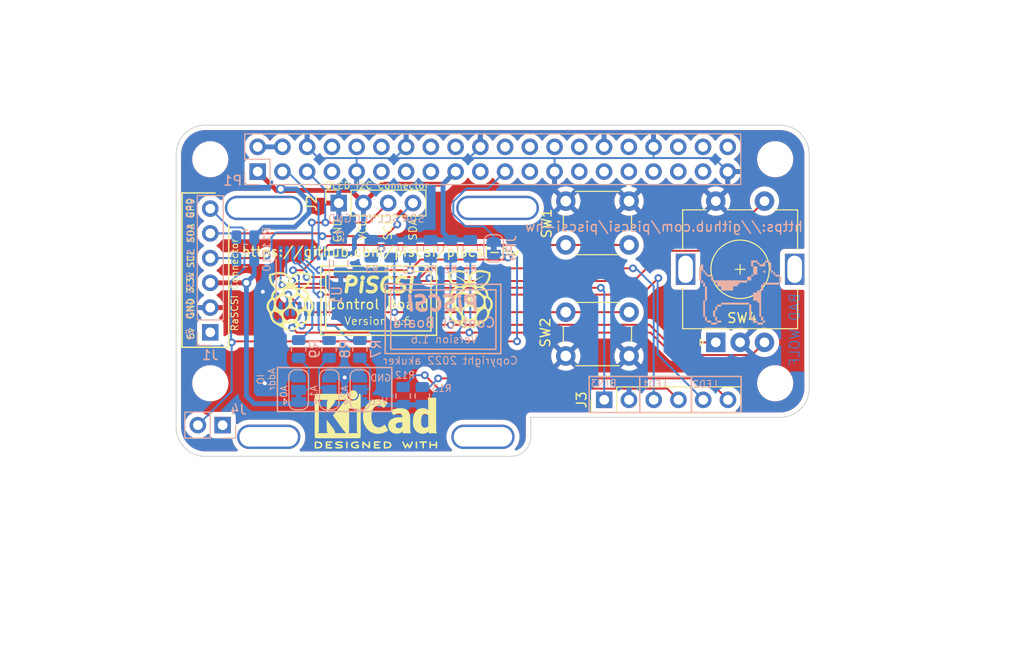
<source format=kicad_pcb>
(kicad_pcb (version 20211014) (generator pcbnew)
  (title_block (date "15 nov 2012"))
  (layers (0 "F.Cu" signal) (31 "B.Cu" signal) (34 "B.Paste" user) (35 "F.Paste" user) (36 "B.SilkS" user "B.Silkscreen") (37 "F.SilkS" user "F.Silkscreen") (38 "B.Mask" user) (39 "F.Mask" user) (44 "Edge.Cuts" user))
  (net 0 "")
  (net 1 "+3V3")
  (net 2 "+5V")
  (net 3 "GND")
  (net 4 "/GPIO2(SDA1)")
  (net 5 "/GPIO3(SCL1)")
  (net 6 "/GPIO9(SPI0_MISO)")
  (net 7 "Net-(JP2-Pad2)")
  (net 8 "Net-(JP3-Pad2)")
  (net 9 "/BUTTON_1")
  (net 10 "/BUTTON_2")
  (net 11 "/BUTTON_3")
  (net 12 "/ROTARY_ENC_B")
  (net 13 "/ROTARY_ENC_A")
  (net 14 "/BUTTON_4")
  (net 15 "Net-(R7-Pad2)")
  (net 16 "Net-(R8-Pad2)")
  (net 17 "Net-(R9-Pad2)")
  (net 18 "Net-(JP1-Pad2)")
  (net 19 "/LED_2")
  (net 20 "/LED_1")
  (net 21 "/GPIO21(SPI1_SCK)")
  (net 22 "/GPIO20(SPI1_MOSI)")
  (net 23 "/GPIO26")
  (net 24 "/GPIO16")
  (net 25 "/GPIO19(SPI1_MISO)")
  (net 26 "/GPIO13(PWM1)")
  (net 27 "/GPIO12(PWM0)")
  (net 28 "/GPIO6")
  (net 29 "/GPIO5")
  (net 30 "/ID_SC")
  (net 31 "/ID_SD")
  (net 32 "/GPIO7(SPI1_CE_N)")
  (net 33 "/GPIO8(SPI0_CE_N)")
  (net 34 "/GPIO11(SPI0_SCK)")
  (net 35 "/GPIO25(GEN6)")
  (net 36 "/GPIO10(SPI0_MOSI)")
  (net 37 "/GPIO24(GEN5)")
  (net 38 "/GPIO23(GEN4)")
  (net 39 "/GPIO22(GEN3)")
  (net 40 "/GPIO27(GEN2)")
  (net 41 "/GPIO18(GEN1)(PWM0)")
  (net 42 "/GPIO17(GEN0)")
  (net 43 "/GPIO15(RXD0)")
  (net 44 "/GPIO14(TXD0)")
  (net 45 "/GPIO4(GCLK)")
  (net 47 "Net-(J3-Pad4)")
  (net 48 "Net-(J3-Pad6)")
  (net 50 "Net-(JP4-Pad1)")
  (footprint "MountingHole:MountingHole_2.7mm_M2.5" (layer "F.Cu") (at 203.5 120.5)
    (fp_text reference "MK3")
    (fp_text value "M2.5")
  )
  (footprint "Button_Switch_THT:SW_PUSH_6mm_H5mm" (layer "F.Cu") (at 240 101.8)
    (fp_text reference "SW1")
    (fp_text value "SW_SPST")
  )
  (footprint "Button_Switch_THT:SW_PUSH_6mm_H5mm" (layer "F.Cu") (at 246.5 117.7 180)
    (fp_text reference "SW2")
    (fp_text value "SW_SPST")
  )
  (footprint "mousebites:0.9_and_1.3_in_OLED_Footprint" (layer "F.Cu") (at 220.5 102 -90)
    (fp_text reference "J2")
    (fp_text value "OLED Connector")
  )
  (footprint "Connector_PinHeader_2.54mm:PinHeader_1x06_P2.54mm_Vertical" (layer "F.Cu") (at 243.95 122.2 90)
    (fp_text reference "J3")
    (fp_text value "Conn_01x06_Odd_Even")
  )
  (footprint "Rotary_Encoder:RotaryEncoder_Alps_EC11E-Switch_Vertical_H20mm" (layer "F.Cu") (at 255.4 116.3 90)
    (fp_text reference "SW4")
    (fp_text value "Rotary_Encoder_Switch")
  )
  (footprint "mousebites:pi_logo" (layer "F.Cu") (at 230.1 111.9)
    (fp_text reference "G2" hide)
    (fp_text value "Pi Logo" hide)
  )
  (footprint "Symbol:KiCad-Logo2_5mm_SilkScreen" (layer "F.Cu") (at 220.5 124.2)
    (fp_text reference "G3" hide)
    (fp_text value "KiCad Logo" hide)
  )
  (footprint "mousebites:pi_logo" (layer "F.Cu") (at 211.7 112.1)
    (fp_text reference "G1" hide)
    (fp_text value "Pi Logo" hide)
  )
  (footprint "MountingHole:MountingHole_2.7mm_M2.5" (layer "B.Cu") (at 203.5 97.5)
    (fp_text reference "MK1")
    (fp_text value "M2.5")
  )
  (footprint "MountingHole:MountingHole_2.7mm_M2.5" (layer "B.Cu") (at 261.5 97.5)
    (fp_text reference "MK2")
    (fp_text value "M2.5")
  )
  (footprint "MountingHole:MountingHole_2.7mm_M2.5" (layer "B.Cu") (at 261.5 120.5 180)
    (fp_text reference "MK4")
    (fp_text value "M2.5")
  )
  (footprint "Connector_PinSocket_2.54mm:PinSocket_2x20_P2.54mm_Vertical" (layer "B.Cu") (at 208.37 98.77 -90)
    (fp_text reference "P1")
    (fp_text value "Conn_02x20_Odd_Even")
  )
  (footprint "Resistor_SMD:R_0805_2012Metric" (layer "B.Cu") (at 207.1 107.8)
    (fp_text reference "R10")
    (fp_text value "10k")
  )
  (footprint "Jumper:SolderJumper-2_P1.3mm_Bridged_RoundedPad1.0x1.5mm" (layer "B.Cu") (at 232.6 106.65 90)
    (fp_text reference "JP4")
    (fp_text value "SolderJumper_2_Open")
  )
  (footprint "Jumper:SolderJumper-3_P1.3mm_Bridged12_RoundedPad1.0x1.5mm" (layer "B.Cu") (at 218.8595 121.171 90)
    (fp_text reference "JP1" hide)
    (fp_text value "SolderJumper_3_Bridged12")
  )
  (footprint "Jumper:SolderJumper-3_P1.3mm_Bridged12_RoundedPad1.0x1.5mm" (layer "B.Cu") (at 215.71625 121.171 90)
    (fp_text reference "JP2" hide)
    (fp_text value "SolderJumper_3_Bridged12")
  )
  (footprint "Jumper:SolderJumper-3_P1.3mm_Bridged12_RoundedPad1.0x1.5mm" (layer "B.Cu") (at 212.573 121.171 90)
    (fp_text reference "JP3" hide)
    (fp_text value "SolderJumper_3_Bridged12")
  )
  (footprint "Resistor_SMD:R_0805_2012Metric" (layer "B.Cu") (at 220.038083 106.693 -90)
    (fp_text reference "R3")
    (fp_text value "10k")
  )
  (footprint "Resistor_SMD:R_0805_2012Metric" (layer "B.Cu") (at 222.070466 106.693 -90)
    (fp_text reference "R4")
    (fp_text value "10k")
  )
  (footprint "Resistor_SMD:R_0805_2012Metric" (layer "B.Cu") (at 218.8595 116.98 90)
    (fp_text reference "R7")
    (fp_text value "10k")
  )
  (footprint "Resistor_SMD:R_0805_2012Metric" (layer "B.Cu") (at 215.7 116.98 90)
    (fp_text reference "R8")
    (fp_text value "10k")
  )
  (footprint "Resistor_SMD:R_0805_2012Metric" (layer "B.Cu") (at 212.573 116.98 90)
    (fp_text reference "R9")
    (fp_text value "10k")
  )
  (footprint "Package_SO:TSSOP-16_4.4x5mm_P0.65mm" (layer "B.Cu") (at 213 110 90)
    (fp_text reference "U1")
    (fp_text value "PCA9554APW,118")
  )
  (footprint "Resistor_SMD:R_0805_2012Metric" (layer "B.Cu") (at 223.3 121.8 90)
    (fp_text reference "R12")
    (fp_text value "10k")
  )
  (footprint "Resistor_SMD:R_0805_2012Metric" (layer "B.Cu") (at 225.274084 121.8 90)
    (fp_text reference "R13")
    (fp_text value "10k")
  )
  (footprint "Resistor_SMD:R_0805_2012Metric" (layer "B.Cu") (at 207.1 105.5 180)
    (fp_text reference "R11")
    (fp_text value "10k")
  )
  (footprint "Capacitor_SMD:C_0805_2012Metric" (layer "B.Cu") (at 216.9 108.15 -90)
    (fp_text reference "C1")
    (fp_text value "100n")
  )
  (footprint "Resistor_SMD:R_0805_2012Metric" (layer "B.Cu") (at 226.135232 106.693 -90)
    (fp_text reference "R6")
    (fp_text value "10k")
  )
  (footprint "Resistor_SMD:R_0805_2012Metric" (layer "B.Cu") (at 230.2 106.693 -90)
    (fp_text reference "R1")
    (fp_text value "10k")
  )
  (footprint "Resistor_SMD:R_0805_2012Metric" (layer "B.Cu") (at 228.167615 106.693 -90)
    (fp_text reference "R2")
    (fp_text value "10k")
  )
  (footprint "Connector_PinHeader_2.54mm:PinHeader_1x06_P2.54mm_Vertical" (layer "B.Cu") (at 203.5 115.27)
    (fp_text reference "J1")
    (fp_text value "RaSCSI Connector")
  )
  (footprint "Connector_PinHeader_2.54mm:PinHeader_1x02_P2.54mm_Vertical" (layer "B.Cu") (at 204.77 124.8 90)
    (fp_text reference "J4")
    (fp_text value "Aux GPIO Connector")
  )
  (footprint "Resistor_SMD:R_0805_2012Metric" (layer "B.Cu") (at 224 106.7125 90)
    (fp_text reference "R5")
    (fp_text value "10k")
  )
  (footprint "mousebites:dogcow" (layer "B.Cu") (at 257.9 111.2 180)
    (fp_text reference "G4" hide)
    (fp_text value "DogCow" hide)
  )
  (gr_line (start 210.4 123.3935) (end 210.4 123.0125) (layer "B.SilkS") (width 0.15))
  (gr_line (start 210.395 118.885) (end 211.4935 118.885) (layer "B.SilkS") (width 0.15))
  (gr_line (start 222.033 117.009) (end 222.033 110.913) (layer "B.SilkS") (width 0.15))
  (gr_line (start 233.336 117.4535) (end 221.4615 117.4535) (layer "B.SilkS") (width 0.15))
  (gr_line (start 221.4615 117.4535) (end 221.4615 110.3415) (layer "B.SilkS") (width 0.15))
  (gr_line (start 221.4615 110.3415) (end 233.336 110.3415) (layer "B.SilkS") (width 0.15))
  (gr_line (start 222.033 110.913) (end 232.828 110.913) (layer "B.SilkS") (width 0.15))
  (gr_line (start 232.83 110.913) (end 232.83 117.009) (layer "B.SilkS") (width 0.15))
  (gr_line (start 233.336 110.3415) (end 233.336 117.4535) (layer "B.SilkS") (width 0.15))
  (gr_line (start 232.828 117.009) (end 222.033 117.009) (layer "B.SilkS") (width 0.15))
  (gr_line (start 222.144 118.885) (end 222.144 120.5995) (layer "B.SilkS") (width 0.15))
  (gr_line (start 222.144 123.3935) (end 210.4 123.4) (layer "B.SilkS") (width 0.15))
  (gr_line (start 222.144 120.5995) (end 222.144 123.3935) (layer "B.SilkS") (width 0.15))
  (gr_line (start 211.4935 118.885) (end 222.144 118.885) (layer "B.SilkS") (width 0.15))
  (gr_line (start 210.395 123.0125) (end 210.395 120.5995) (layer "B.SilkS") (width 0.15))
  (gr_rect (start 252.9 119.8) (end 258 123.5) (layer "B.SilkS") (width 0.15) (fill none))
  (gr_rect (start 242.4 119.8) (end 247.6 123.5) (layer "B.SilkS") (width 0.15) (fill none))
  (gr_line (start 210.395 120.5995) (end 210.395 118.885) (layer "B.SilkS") (width 0.15))
  (gr_rect (start 247.6 123.5) (end 252.9 119.8) (layer "B.SilkS") (width 0.15) (fill none))
  (gr_line (start 214.858 108.463) (end 214.858 115.575) (layer "F.SilkS") (width 0.15))
  (gr_line (start 226.7325 108.463) (end 214.858 108.463) (layer "F.SilkS") (width 0.15))
  (gr_line (start 200.6 116.8) (end 205.4 116.8) (layer "F.SilkS") (width 0.15))
  (gr_line (start 226.161 115.1305) (end 226.161 109.0345) (layer "F.SilkS") (width 0.15))
  (gr_line (start 226.161 109.0345) (end 215.366 109.0345) (layer "F.SilkS") (width 0.15))
  (gr_line (start 226.7325 115.575) (end 226.7325 108.463) (layer "F.SilkS") (width 0.15))
  (gr_line (start 205.4 116.8) (end 205.4 104.132806) (layer "F.SilkS") (width 0.15))
  (gr_line (start 215.364 109.0345) (end 215.364 115.1305) (layer "F.SilkS") (width 0.15))
  (gr_line (start 215.366 115.1305) (end 226.161 115.1305) (layer "F.SilkS") (width 0.15))
  (gr_line (start 214.858 115.575) (end 226.7325 115.575) (layer "F.SilkS") (width 0.15))
  (gr_line (start 204 100.96) (end 200.6 100.96) (layer "F.SilkS") (width 0.15))
  (gr_line (start 200.6 100.96) (end 200.6 116.8) (layer "F.SilkS") (width 0.15))
  (gr_arc (start 236.4 126) (mid 235.814214 127.414214) (end 234.4 128) (layer "Edge.Cuts") (width 0.1))
  (gr_line (start 200 97) (end 200 125) (layer "Edge.Cuts") (width 0.1))
  (gr_line (start 262 94) (end 203 94) (layer "Edge.Cuts") (width 0.1))
  (gr_arc (start 203 128) (mid 200.87868 127.12132) (end 200 125) (layer "Edge.Cuts") (width 0.1))
  (gr_arc (start 265 121) (mid 264.12132 123.12132) (end 262 124) (layer "Edge.Cuts") (width 0.1))
  (gr_line (start 236.4 126) (end 236.4 124) (layer "Edge.Cuts") (width 0.1))
  (gr_arc (start 200 97) (mid 200.87868 94.87868) (end 203 94) (layer "Edge.Cuts") (width 0.1))
  (gr_line (start 236.4 124) (end 262 124) (layer "Edge.Cuts") (width 0.1))
  (gr_arc (start 262 94) (mid 264.12132 94.87868) (end 265 97) (layer "Edge.Cuts") (width 0.1))
  (gr_line (start 265 121) (end 265 97) (layer "Edge.Cuts") (width 0.1))
  (gr_line (start 203 128) (end 234.4 128) (layer "Edge.Cuts") (width 0.1))
  (gr_text "BAD WOLF" (at 263.5 115 90) (layer "B.Cu") (effects (font (size 1 1) (thickness 0.1)) (justify mirror)))
  (gr_text "3.3v" (at 201.4605 110.1855 90) (layer "B.SilkS") (effects (font (size 0.7 0.7) (thickness 0.1)) (justify mirror)))
  (gr_text "5v" (at 201.4 115.5 90) (layer "B.SilkS") (effects (font (size 0.7 0.7) (thickness 0.1)) (justify mirror)))
  (gr_text "GND" (at 201.4 112.9 90) (layer "B.SilkS") (effects (font (size 0.7 0.7) (thickness 0.1)) (justify mirror)))
  (gr_text "SDA\n" (at 201.5 105.1 90) (layer "B.SilkS") (effects (font (size 0.7 0.7) (thickness 0.1)) (justify mirror)))
  (gr_text "SCL" (at 201.5 107.7 90) (layer "B.SilkS") (effects (font (size 0.7 0.7) (thickness 0.1)) (justify mirror)))
  (gr_text "Vcc" (at 220.8 122.3775) (layer "B.SilkS") (effects (font (size 0.7 0.7) (thickness 0.1)) (justify mirror)))
  (gr_text "GND" (at 221 119.9645) (layer "B.SilkS") (effects (font (size 0.7 0.7) (thickness 0.1)) (justify mirror)))
  (gr_text "IO\nAddr" (at 209.252 120.0915 90) (layer "B.SilkS") (effects (font (size 0.7 0.7) (thickness 0.1)) (justify mirror)))
  (gr_text "Version 1.6" (at 227.494 115.993) (layer "B.SilkS") (effects (font (size 0.8 0.8) (thickness 0.1)) (justify mirror)))
  (gr_text "Control Board" (at 227.494 114.2785) (layer "B.SilkS") (effects (font (size 1 1)) (justify mirror)))
  (gr_text "PiSCSI" (at 227.4305 112.31) (layer "B.SilkS") (effects (font (size 1.5 1.5) (thickness 0.35) italic) (justify mirror)))
  (gr_text "LED2" (at 254.3 120.6) (layer "B.SilkS") (effects (font (size 0.7 0.7) (thickness 0.1)) (justify mirror)))
  (gr_text "A1" (at 214.1145 121.3615 90) (layer "B.SilkS") (effects (font (size 0.7 0.7) (thickness 0.1)) (justify mirror)))
  (gr_text "https://github.com/piscsi/piscsi-hw" (at 250.08 104.42) (layer "B.SilkS") (effects (font (size 1 1)) (justify mirror)))
  (gr_text "BTN3" (at 243.9 120.5) (layer "B.SilkS") (effects (font (size 0.7 0.7) (thickness 0.1)) (justify mirror)))
  (gr_text "GP9" (at 201.4 102.5 90) (layer "B.SilkS") (effects (font (size 0.7 0.7) (thickness 0.1)) (justify mirror)))
  (gr_text "LED1" (at 249.1 120.6) (layer "B.SilkS") (effects (font (size 0.7 0.7) (thickness 0.1)) (justify mirror)))
  (gr_text "A2" (at 217.2895 121.3615 90) (layer "B.SilkS") (effects (font (size 0.7 0.7) (thickness 0.1)) (justify mirror)))
  (gr_text "A0" (at 211.0665 121.3615 90) (layer "B.SilkS") (effects (font (size 0.7 0.7) (thickness 0.1)) (justify mirror)))
  (gr_text "Copyright 2022 akuker" (at 228.16 118.17) (layer "B.SilkS") (effects (font (size 0.8 0.8) (thickness 0.1)) (justify mirror)))
  (gr_text "SCL" (at 201.5 107.7 90) (layer "F.SilkS") (effects (font (size 0.7 0.7) (thickness 0.1))))
  (gr_text "GND" (at 201.5 112.8 90) (layer "F.SilkS") (effects (font (size 0.7 0.7) (thickness 0.1))))
  (gr_text "GP9" (at 201.51 102.54 90) (layer "F.SilkS") (effects (font (size 0.7 0.7) (thickness 0.1))))
  (gr_text "Version 1.6" (at 220.7 114.1145) (layer "F.SilkS") (effects (font (size 0.8 0.8) (thickness 0.1))))
  (gr_text "Control Board" (at 220.7 112.4) (layer "F.SilkS") (effects (font (size 1 1))))
  (gr_text "https://github.com/piscsi/piscsi-hw" (at 221 107) (layer "F.SilkS") (effects (font (size 1 1))))
  (gr_text "PiSCSI" (at 220.7635 110.4315) (layer "F.SilkS") (effects (font (size 1.5 1.5) (thickness 0.35) italic)))
  (gr_text "5v" (at 201.5 115.4 90) (layer "F.SilkS") (effects (font (size 0.7 0.7) (thickness 0.1))))
  (gr_text "RaSCSI Connector" (at 206 110.4 90) (layer "F.SilkS") (effects (font (size 0.7 0.7) (thickness 0.1))))
  (gr_text "SDA\n" (at 201.5 105.1 90) (layer "F.SilkS") (effects (font (size 0.7 0.7) (thickness 0.1))))
  (gr_text "OLED I2C Connector" (at 220.6 100.2) (layer "F.SilkS") (effects (font (size 0.7 0.7) (thickness 0.1))))
  (gr_text "3.3v" (at 201.4605 110.1855 90) (layer "F.SilkS") (effects (font (size 0.7 0.7) (thickness 0.1))))
  (segment (start 203.5 110.19) (end 207.21 110.19) (width 0.5) (layer "F.Cu") (net 1))
  (segment (start 210.891604 100.700489) (end 210.741615 100.5505) (width 0.5) (layer "F.Cu") (net 1))
  (segment (start 212.399511 100.700489) (end 210.891604 100.700489) (width 0.5) (layer "F.Cu") (net 1))
  (segment (start 212.399511 100.700489) (end 210.300489 100.700489) (width 0.5) (layer "F.Cu") (net 1))
  (segment (start 227.390489 100.069511) (end 228.69 98.77) (width 0.5) (layer "F.Cu") (net 1))
  (segment (start 221.160489 100.069511) (end 227.390489 100.069511) (width 0.5) (layer "F.Cu") (net 1))
  (segment (start 219.23 102) (end 217.930489 100.700489) (width 0.5) (layer "F.Cu") (net 1))
  (segment (start 210.300489 100.700489) (end 208.37 98.77) (width 0.5) (layer "F.Cu") (net 1))
  (segment (start 219.23 102) (end 221.160489 100.069511) (width 0.5) (layer "F.Cu") (net 1))
  (segment (start 217.930489 100.700489) (end 212.399511 100.700489) (width 0.5) (layer "F.Cu") (net 1))
  (via (at 207.21 110.19) (size 1) (drill 0.6) (layers "F.Cu" "B.Cu") (net 1))
  (via (at 210.741615 100.5505) (size 1) (drill 0.6) (layers "F.Cu" "B.Cu") (net 1))
  (segment (start 227.4 105.012885) (end 228.167615 105.7805) (width 0.5) (layer "B.Cu") (net 1))
  (segment (start 222.070466 105.7805) (end 223.9805 105.7805) (width 0.5) (layer "B.Cu") (net 1))
  (segment (start 224 105.8) (end 226.115732 105.8) (width 0.5) (layer "B.Cu") (net 1))
  (segment (start 218.3 107) (end 218.1 107.2) (width 0.5) (layer "B.Cu") (net 1))
  (segment (start 218.7305 122.6) (end 218.8595 122.471) (width 0.5) (layer "B.Cu") (net 1))
  (segment (start 208.0125 109.3875) (end 207.21 110.19) (width 0.5) (layer "B.Cu") (net 1))
  (segment (start 208.0125 105.5) (end 208.0125 107.5) (width 0.5) (layer "B.Cu") (net 1))
  (segment (start 212.177995 104.475489) (end 209.037011 104.475489) (width 0.5) (layer "B.Cu") (net 1))
  (segment (start 227.4 100.06) (end 227.4 105.012885) (width 0.5) (layer "B.Cu") (net 1))
  (segment (start 226.115732 105.8) (end 226.135232 105.7805) (width 0.5) (layer "B.Cu") (net 1))
  (segment (start 228.69 98.77) (end 227.4 100.06) (width 0.5) (layer "B.Cu") (net 1))
  (segment (start 218.1 107.2) (end 216.7 107.2) (width 0.5) (layer "B.Cu") (net 1))
  (segment (start 216.6375 107.1375) (end 216.7 107.2) (width 0.5) (layer "B.Cu") (net 1))
  (segment (start 222.070466 105.7805) (end 220.038083 105.7805) (width 0.5) (layer "B.Cu") (net 1))
  (segment (start 219.23 102) (end 219.23 104.972417) (width 0.5) (layer "B.Cu") (net 1))
  (segment (start 219.027583 104.972417) (end 218.3 105.7) (width 0.5) (layer "B.Cu") (net 1))
  (segment (start 218.8595 122.471) (end 220.571 122.471) (width 0.5) (layer "B.Cu") (net 1))
  (segment (start 219.23 104.972417) (end 219.027583 104.972417) (width 0.5) (layer "B.Cu") (net 1))
  (segment (start 220.571 122.471) (end 220.8125 122.7125) (width 0.5) (layer "B.Cu") (net 1))
  (segment (start 218.3 105.7) (end 218.3 107) (width 0.5) (layer "B.Cu") (net 1))
  (segment (start 215.275 107.1375) (end 216.6375 107.1375) (width 0.5) (layer "B.Cu") (net 1))
  (segment (start 209.037011 104.475489) (end 208.0125 105.5) (width 0.5) (layer "B.Cu") (net 1))
  (segment (start 207.21 121.81) (end 208 122.6) (width 0.5) (layer "B.Cu") (net 1))
  (segment (start 212.3305 100.5505) (end 213.65 101.87) (width 0.5) (layer "B.Cu") (net 1))
  (segment (start 220.8125 122.7125) (end 225.274084 122.7125) (width 0.5) (layer "B.Cu") (net 1))
  (segment (start 210.741615 100.5505) (end 212.3305 100.5505) (width 0.5) (layer "B.Cu") (net 1))
  (segment (start 223.9805 105.7805) (end 224 105.8) (width 0.5) (layer "B.Cu") (net 1))
  (segment (start 226.135232 105.7805) (end 230.2 105.7805) (width 0.5) (layer "B.Cu") (net 1))
  (segment (start 213.65 101.87) (end 213.65 103.003484) (width 0.5) (layer "B.Cu") (net 1))
  (segment (start 208.0125 107.5) (end 208.0125 109.3875) (width 0.5) (layer "B.Cu") (net 1))
  (segment (start 207.21 110.19) (end 207.21 121.81) (width 0.5) (layer "B.Cu") (net 1))
  (segment (start 213.65 103.003484) (end 212.177995 104.475489) (width 0.5) (layer "B.Cu") (net 1))
  (segment (start 208 122.6) (end 218.7305 122.6) (width 0.5) (layer "B.Cu") (net 1))
  (segment (start 219.23 104.972417) (end 220.038083 105.7805) (width 0.5) (layer "B.Cu") (net 1))
  (segment (start 208.37 96.23) (end 210.91 96.23) (width 0.5) (layer "B.Cu") (net 2))
  (via (at 217.3 119.9) (size 0.8) (drill 0.4) (layers "F.Cu" "B.Cu") (net 3))
  (via (at 209.1 120.5) (size 0.8) (drill 0.4) (layers "F.Cu" "B.Cu") (net 3))
  (via (at 208.9 111.1) (size 0.8) (drill 0.4) (layers "F.Cu" "B.Cu") (net 3))
  (segment (start 218.53 97.429022) (end 218.579511 97.379511) (width 0.2) (layer "B.Cu") (net 3))
  (segment (start 230.080489 97.379511) (end 229.820489 97.379511) (width 0.2) (layer "B.Cu") (net 3))
  (segment (start 249.01 97.31) (end 249.079511 97.379511) (width 0.2) (layer "B.Cu") (net 3))
  (segment (start 249.01 96.23) (end 249.01 97.31) (width 0.2) (layer "B.Cu") (net 3))
  (segment (start 218.53 98.77) (end 218.53 97.429022) (width 0.2) (layer "B.Cu") (net 3))
  (segment (start 231.23 96.23) (end 230.080489 97.379511) (width 0.2) (layer "B.Cu") (net 3))
  (segment (start 222.379511 97.379511) (end 229.820489 97.379511) (width 0.2) (layer "B.Cu") (net 3))
  (segment (start 249.079511 97.379511) (end 255.239511 97.379511) (width 0.2) (layer "B.Cu") (net 3))
  (segment (start 238.720489 97.379511) (end 249.079511 97.379511) (width 0.2) (layer "B.Cu") (net 3))
  (segment (start 238.85 97.509022) (end 238.720489 97.379511) (width 0.2) (layer "B.Cu") (net 3))
  (segment (start 238.85 98.77) (end 238.85 97.509022) (width 0.2) (layer "B.Cu") (net 3))
  (segment (start 255.239511 97.379511) (end 256.63 98.77) (width 0.2) (layer "B.Cu") (net 3))
  (segment (start 223.61 96.23) (end 222.460489 97.379511) (width 0.2) (layer "B.Cu") (net 3))
  (segment (start 229.820489 97.379511) (end 238.720489 97.379511) (width 0.2) (layer "B.Cu") (net 3))
  (segment (start 213.45 96.23) (end 214.599511 97.379511) (width 0.2) (layer "B.Cu") (net 3))
  (segment (start 214.599511 97.379511) (end 218.579511 97.379511) (width 0.2) (layer "B.Cu") (net 3))
  (segment (start 222.460489 97.379511) (end 222.379511 97.379511) (width 0.2) (layer "B.Cu") (net 3))
  (segment (start 218.579511 97.379511) (end 222.379511 97.379511) (width 0.2) (layer "B.Cu") (net 3))
  (segment (start 214.710989 105.11) (end 215 105.399011) (width 0.2) (layer "F.Cu") (net 4))
  (segment (start 203.5 105.11) (end 214.710989 105.11) (width 0.2) (layer "F.Cu") (net 4))
  (segment (start 222.7 104.2) (end 221.500989 105.399011) (width 0.2) (layer "F.Cu") (net 4))
  (segment (start 221.500989 105.399011) (end 215 105.399011) (width 0.2) (layer "F.Cu") (net 4))
  (via (at 215 105.399011) (size 0.8) (drill 0.4) (layers "F.Cu" "B.Cu") (net 4))
  (via (at 222.7 104.2) (size 0.8) (drill 0.4) (layers "F.Cu" "B.Cu") (net 4))
  (segment (start 214.625 101.967874) (end 214.625 105.275) (width 0.2) (layer "B.Cu") (net 4))
  (segment (start 224.31 102) (end 222.7 103.61) (width 0.2) (layer "B.Cu") (net 4))
  (segment (start 222.7 103.61) (end 222.7 104.2) (width 0.2) (layer "B.Cu") (net 4))
  (segment (start 205.7975 105.11) (end 206.1875 105.5) (width 0.2) (layer "B.Cu") (net 4))
  (segment (start 214.625 105.275) (end 214.625 107.1375) (width 0.2) (layer "B.Cu") (net 4))
  (segment (start 210.91 98.77) (end 211.427126 98.77) (width 0.2) (layer "B.Cu") (net 4))
  (segment (start 203.5 105.11) (end 205.7975 105.11) (width 0.2) (layer "B.Cu") (net 4))
  (segment (start 214.749011 105.399011) (end 214.625 105.275) (width 0.2) (layer "B.Cu") (net 4))
  (segment (start 211.427126 98.77) (end 214.625 101.967874) (width 0.2) (layer "B.Cu") (net 4))
  (segment (start 215 105.399011) (end 214.749011 105.399011) (width 0.2) (layer "B.Cu") (net 4))
  (segment (start 203.5 107.65) (end 209.05 107.65) (width 0.2) (layer "F.Cu") (net 5))
  (segment (start 215.3245 104) (end 213.9255 104) (width 0.2) (layer "F.Cu") (net 5))
  (segment (start 219.77 104) (end 221.77 102) (width 0.2) (layer "F.Cu") (net 5))
  (segment (start 215.3245 104) (end 219.77 104) (width 0.2) (layer "F.Cu") (net 5))
  (segment (start 209.05 107.65) (end 209.3 107.4) (width 0.2) (layer "F.Cu") (net 5))
  (via (at 209.3 107.4) (size 0.8) (drill 0.4) (layers "F.Cu" "B.Cu") (net 5))
  (via (at 213.9255 104) (size 0.8) (drill 0.4) (layers "F.Cu" "B.Cu") (net 5))
  (via (at 215.3245 104) (size 0.8) (drill 0.4) (layers "F.Cu" "B.Cu") (net 5))
  (segment (start 213.975 105.025) (end 213.975 104.0495) (width 0.2) (layer "B.Cu") (net 5))
  (segment (start 209.8 106.759994) (end 209.8 105.5) (width 0.2) (layer "B.Cu") (net 5))
  (segment (start 213.975 104.0495) (end 213.9255 104) (width 0.2) (layer "B.Cu") (net 5))
  (segment (start 209.3 107.4) (end 209.3 107.259994) (width 0.2) (layer "B.Cu") (net 5))
  (segment (start 203.5 107.65) (end 206.0375 107.65) (width 0.2) (layer "B.Cu") (net 5))
  (segment (start 210.275 105.025) (end 213.975 105.025) (width 0.2) (layer "B.Cu") (net 5))
  (segment (start 215.3 100.62) (end 215.3 104) (width 0.2) (layer "B.Cu") (net 5))
  (segment (start 215.3 104) (end 215.3245 104) (width 0.2) (layer "B.Cu") (net 5))
  (segment (start 209.3 107.259994) (end 209.8 106.759994) (width 0.2) (layer "B.Cu") (net 5))
  (segment (start 209.8 105.5) (end 210.275 105.025) (width 0.2) (layer "B.Cu") (net 5))
  (segment (start 206.0375 107.65) (end 206.1875 107.8) (width 0.2) (layer "B.Cu") (net 5))
  (segment (start 213.975 107.1375) (end 213.975 105.025) (width 0.2) (layer "B.Cu") (net 5))
  (segment (start 213.45 98.77) (end 215.3 100.62) (width 0.2) (layer "B.Cu") (net 5))
  (segment (start 235 116.2) (end 232 116.2) (width 0.2) (layer "F.Cu") (net 6))
  (segment (start 205.8 116.2) (end 205.7 116.3) (width 0.2) (layer "F.Cu") (net 6))
  (segment (start 224 116.2) (end 205.8 116.2) (width 0.2) (layer "F.Cu") (net 6))
  (segment (start 224 116.2) (end 232 116.2) (width 0.2) (layer "F.Cu") (net 6))
  (via (at 205.7 116.3) (size 0.8) (drill 0.4) (layers "F.Cu" "B.Cu") (net 6))
  (via (at 235 116.2) (size 0.8) (drill 0.4) (layers "F.Cu" "B.Cu") (net 6))
  (segment (start 205.7 121.33) (end 202.23 124.8) (width 0.2) (layer "B.Cu") (net 6))
  (segment (start 233.77 98.77) (end 232.04 100.5) (width 0.2) (layer "B.Cu") (net 6))
  (segment (start 233.873586 106.9) (end 234.4 106.9) (width 0.2) (layer "B.Cu") (net 6))
  (segment (start 205.64 110.04) (end 205.64 116.24) (width 0.2) (layer "B.Cu") (net 6))
  (segment (start 232.04 100.5) (end 229.808648 100.5) (width 0.2) (layer "B.Cu") (net 6))
  (segment (start 228.45048 101.858168) (end 228.45048 103.141832) (width 0.2) (layer "B.Cu") (net 6))
  (segment (start 207.01 104.772382) (end 207.01 108.67) (width 0.2) (layer "B.Cu") (net 6))
  (segment (start 205.7 116.3) (end 205.7 121.33) (width 0.2) (layer "B.Cu") (net 6))
  (segment (start 231.6 104.4) (end 232.6 105.4) (width 0.2) (layer "B.Cu") (net 6))
  (segment (start 234.4 106.9) (end 235 107.5) (width 0.2) (layer "B.Cu") (net 6))
  (segment (start 232.6 106) (end 232.973586 106) (width 0.2) (layer "B.Cu") (net 6))
  (segment (start 203.5 102.57) (end 205.43048 104.50048) (width 0.2) (layer "B.Cu") (net 6))
  (segment (start 229.708648 104.4) (end 231.6 104.4) (width 0.2) (layer "B.Cu") (net 6))
  (segment (start 205.64 116.24) (end 205.7 116.3) (width 0.2) (layer "B.Cu") (net 6))
  (segment (start 235 107.5) (end 235 116.2) (width 0.2) (layer "B.Cu") (net 6))
  (segment (start 205.43048 104.50048) (end 206.738098 104.50048) (width 0.2) (layer "B.Cu") (net 6))
  (segment (start 232.973586 106) (end 233.873586 106.9) (width 0.2) (layer "B.Cu") (net 6))
  (segment (start 228.45048 103.141832) (end 229.708648 104.4) (width 0.2) (layer "B.Cu") (net 6))
  (segment (start 229.808648 100.5) (end 228.45048 101.858168) (width 0.2) (layer "B.Cu") (net 6))
  (segment (start 206.738098 104.50048) (end 207.01 104.772382) (width 0.2) (layer "B.Cu") (net 6))
  (segment (start 207.01 108.67) (end 205.64 110.04) (width 0.2) (layer "B.Cu") (net 6))
  (segment (start 232.6 105.4) (end 232.6 106) (width 0.2) (layer "B.Cu") (net 6))
  (segment (start 214.66673 118.92577) (end 214.66673 120.76673) (width 0.2) (layer "B.Cu") (net 7))
  (segment (start 215.7 117.8925) (end 214.66673 118.92577) (width 0.2) (layer "B.Cu") (net 7))
  (segment (start 215.071 121.171) (end 215.71625 121.171) (width 0.2) (layer "B.Cu") (net 7))
  (segment (start 214.66673 120.76673) (end 215.071 121.171) (width 0.2) (layer "B.Cu") (net 7))
  (segment (start 212.573 117.8925) (end 213.62252 118.94202) (width 0.2) (layer "B.Cu") (net 8))
  (segment (start 213.523 121.171) (end 212.573 121.171) (width 0.2) (layer "B.Cu") (net 8))
  (segment (start 213.62252 121.07148) (end 213.523 121.171) (width 0.2) (layer "B.Cu") (net 8))
  (segment (start 213.62252 118.94202) (end 213.62252 121.07148) (width 0.2) (layer "B.Cu") (net 8))
  (segment (start 221 106.621602) (end 221 106.3) (width 0.2) (layer "F.Cu") (net 9))
  (segment (start 221 106.3) (end 215.6 106.3) (width 0.2) (layer "F.Cu") (net 9))
  (segment (start 212 108.9) (end 213 108.9) (width 0.2) (layer "F.Cu") (net 9))
  (segment (start 221.058143 106.679745) (end 221 106.621602) (width 0.2) (layer "F.Cu") (net 9))
  (segment (start 213 108.9) (end 215.6 106.3) (width 0.2) (layer "F.Cu") (net 9))
  (segment (start 240 106.3) (end 221 106.3) (width 0.2) (layer "F.Cu") (net 9))
  (segment (start 246.5 106.3) (end 240 106.3) (width 0.2) (layer "F.Cu") (net 9))
  (via (at 212 108.9) (size 0.8) (drill 0.4) (layers "F.Cu" "B.Cu") (net 9))
  (via (at 221.058143 106.679745) (size 0.8) (drill 0.4) (layers "F.Cu" "B.Cu") (net 9))
  (segment (start 212 108.9) (end 212.606502 109.506502) (width 0.2) (layer "B.Cu") (net 9))
  (segment (start 212.606502 111.628492) (end 212.025 112.209994) (width 0.2) (layer "B.Cu") (net 9))
  (segment (start 220.132388 107.6055) (end 221.058143 106.679745) (width 0.2) (layer "B.Cu") (net 9))
  (segment (start 220.038083 107.6055) (end 220.132388 107.6055) (width 0.2) (layer "B.Cu") (net 9))
  (segment (start 212.025 112.209994) (end 212.025 112.8625) (width 0.2) (layer "B.Cu") (net 9))
  (segment (start 212.606502 109.506502) (end 212.606502 111.628492) (width 0.2) (layer "B.Cu") (net 9))
  (segment (start 213.3 113.2) (end 211.5 111.4) (width 0.2) (layer "F.Cu") (net 10))
  (segment (start 222.4 113.2) (end 213.3 113.2) (width 0.2) (layer "F.Cu") (net 10))
  (segment (start 240 113.2) (end 246.5 113.2) (width 0.2) (layer "F.Cu") (net 10))
  (segment (start 240 113.2) (end 222.4 113.2) (width 0.2) (layer "F.Cu") (net 10))
  (via (at 211.5 111.4) (size 0.8) (drill 0.4) (layers "F.Cu" "B.Cu") (net 10))
  (via (at 222.4 113.2) (size 0.8) (drill 0.4) (layers "F.Cu" "B.Cu") (net 10))
  (segment (start 211.4 111.5) (end 211.4 112.8375) (width 0.2) (layer "B.Cu") (net 10))
  (segment (start 211.5 111.4) (end 211.4 111.5) (width 0.2) (layer "B.Cu") (net 10))
  (segment (start 222.070466 107.6055) (end 222.4 107.935034) (width 0.2) (layer "B.Cu") (net 10))
  (segment (start 222.4 107.935034) (end 222.4 113.2) (width 0.2) (layer "B.Cu") (net 10))
  (segment (start 211.4 112.8375) (end 211.375 112.8625) (width 0.2) (layer "B.Cu") (net 10))
  (segment (start 243.6 110.7) (end 211.2 110.7) (width 0.2) (layer "F.Cu") (net 11))
  (segment (start 211.2 110.7) (end 210.9 110.4) (width 0.2) (layer "F.Cu") (net 11))
  (via (at 243.6 110.7) (size 0.8) (drill 0.4) (layers "F.Cu" "B.Cu") (net 11))
  (via (at 210.9 110.4) (size 0.8) (drill 0.4) (layers "F.Cu" "B.Cu") (net 11))
  (segment (start 243.95 122.2) (end 243.95 111.05) (width 0.2) (layer "B.Cu") (net 11))
  (segment (start 243.95 111.05) (end 243.6 110.7) (width 0.2) (layer "B.Cu") (net 11))
  (segment (start 210.725 110.225) (end 210.725 107.1375) (width 0.2) (layer "B.Cu") (net 11))
  (segment (start 210.9 110.4) (end 210.725 110.225) (width 0.2) (layer "B.Cu") (net 11))
  (segment (start 230.099511 115.299511) (end 212.399511 115.299511) (width 0.2) (layer "F.Cu") (net 12))
  (segment (start 212.399511 115.299511) (end 211.9 114.8) (width 0.2) (layer "F.Cu") (net 12))
  (segment (start 250.999511 117.599511) (end 259.100489 117.599511) (width 0.2) (layer "F.Cu") (net 12))
  (segment (start 230.099511 115.299511) (end 248.699511 115.299511) (width 0.2) (layer "F.Cu") (net 12))
  (segment (start 248.699511 115.299511) (end 250.999511 117.599511) (width 0.2) (layer "F.Cu") (net 12))
  (segment (start 259.100489 117.599511) (end 260.4 116.3) (width 0.2) (layer "F.Cu") (net 12))
  (via (at 230.099511 115.299511) (size 0.8) (drill 0.4) (layers "F.Cu" "B.Cu") (net 12))
  (via (at 211.9 114.8) (size 0.8) (drill 0.4) (layers "F.Cu" "B.Cu") (net 12))
  (segment (start 230.2 115.199022) (end 230.099511 115.299511) (width 0.2) (layer "B.Cu") (net 12))
  (segment (start 230.2 107.6055) (end 230.2 115.199022) (width 0.2) (layer "B.Cu") (net 12))
  (segment (start 211.9 114.8) (end 211.9 114.610741) (width 0.2) (layer "B.Cu") (net 12))
  (segment (start 212.675 113.835741) (end 212.675 112.8625) (width 0.2) (layer "B.Cu") (net 12))
  (segment (start 211.9 114.610741) (end 212.675 113.835741) (width 0.2) (layer "B.Cu") (net 12))
  (segment (start 213 114.5) (end 212.9 114.6) (width 0.2) (layer "F.Cu") (net 13))
  (segment (start 248.6 114.5) (end 228.2 114.5) (width 0.2) (layer "F.Cu") (net 13))
  (segment (start 250.4 116.3) (end 248.6 114.5) (width 0.2) (layer "F.Cu") (net 13))
  (segment (start 228.2 114.5) (end 213 114.5) (width 0.2) (layer "F.Cu") (net 13))
  (segment (start 255.4 116.3) (end 250.4 116.3) (width 0.2) (layer "F.Cu") (net 13))
  (via (at 228.2 114.5) (size 0.8) (drill 0.4) (layers "F.Cu" "B.Cu") (net 13))
  (via (at 212.9 114.6) (size 0.8) (drill 0.4) (layers "F.Cu" "B.Cu") (net 13))
  (segment (start 213.325 114.175) (end 213.325 112.8625) (width 0.2) (layer "B.Cu") (net 13))
  (segment (start 212.9 114.6) (end 213.325 114.175) (width 0.2) (layer "B.Cu") (net 13))
  (segment (start 228.167615 114.467615) (end 228.2 114.5) (width 0.2) (layer "B.Cu") (net 13))
  (segment (start 228.167615 107.6055) (end 228.167615 114.467615) (width 0.2) (layer "B.Cu") (net 13))
  (segment (start 260.4 101.8) (end 255.299511 106.900489) (width 0.2) (layer "F.Cu") (net 14))
  (segment (start 246.999511 110.000489) (end 225.999511 110.000489) (width 0.2) (layer "F.Cu") (net 14))
  (segment (start 211.9 110.0005) (end 212.199011 110.299511) (width 0.2) (layer "F.Cu") (net 14))
  (segment (start 255.299511 106.900489) (end 250.099511 106.900489) (width 0.2) (layer "F.Cu") (net 14))
  (segment (start 212.199011 110.299511) (end 222.800489 110.299511) (width 0.2) (layer "F.Cu") (net 14))
  (segment (start 225.999511 110.000489) (end 223.099511 110.000489) (width 0.2) (layer "F.Cu") (net 14))
  (segment (start 222.800489 110.299511) (end 223.099511 110.000489) (width 0.2) (layer "F.Cu") (net 14))
  (segment (start 226 110) (end 225.999511 110.000489) (width 0.2) (layer "F.Cu") (net 14))
  (segment (start 250.099511 106.900489) (end 246.999511 110.000489) (width 0.2) (layer "F.Cu") (net 14))
  (segment (start 226 109.7) (end 226 110) (width 0.2) (layer "F.Cu") (net 14))
  (via (at 211.9 110.0005) (size 0.8) (drill 0.4) (layers "F.Cu" "B.Cu") (net 14))
  (via (at 226 109.7) (size 0.8) (drill 0.4) (layers "F.Cu" "B.Cu") (net 14))
  (segment (start 211.375 107.1375) (end 211.300489 107.212011) (width 0.2) (layer "B.Cu") (net 14))
  (segment (start 211.300489 109.400989) (end 211.9 110.0005) (width 0.2) (layer "B.Cu") (net 14))
  (segment (start 211.300489 107.212011) (end 211.300489 109.400989) (width 0.2) (layer "B.Cu") (net 14))
  (segment (start 226.135232 107.6055) (end 226.135232 109.564768) (width 0.2) (layer "B.Cu") (net 14))
  (segment (start 226.135232 109.564768) (end 226 109.7) (width 0.2) (layer "B.Cu") (net 14))
  (segment (start 216.3 114.6) (end 215.5 114.6) (width 0.2) (layer "B.Cu") (net 15))
  (segment (start 215.5 114.6) (end 215.275 114.375) (width 0.2) (layer "B.Cu") (net 15))
  (segment (start 217.7675 116.0675) (end 216.3 114.6) (width 0.2) (layer "B.Cu") (net 15))
  (segment (start 218.8595 116.0675) (end 217.7675 116.0675) (width 0.2) (layer "B.Cu") (net 15))
  (segment (start 215.275 114.375) (end 215.275 112.8625) (width 0.2) (layer "B.Cu") (net 15))
  (segment (start 215.7 116.0675) (end 214.625 114.9925) (width 0.2) (layer "B.Cu") (net 16))
  (segment (start 214.625 114.9925) (end 214.625 112.8625) (width 0.2) (layer "B.Cu") (net 16))
  (segment (start 212.7325 116.0675) (end 213.975 114.825) (width 0.2) (layer "B.Cu") (net 17))
  (segment (start 212.573 116.0675) (end 212.7325 116.0675) (width 0.2) (layer "B.Cu") (net 17))
  (segment (start 213.975 114.825) (end 213.975 112.8625) (width 0.2) (layer "B.Cu") (net 17))
  (segment (start 219.90902 120.89098) (end 219.629 121.171) (width 0.2) (layer "B.Cu") (net 18))
  (segment (start 219.90902 118.94202) (end 219.90902 120.89098) (width 0.2) (layer "B.Cu") (net 18))
  (segment (start 219.629 121.171) (end 218.8595 121.171) (width 0.2) (layer "B.Cu") (net 18))
  (segment (start 218.8595 117.8925) (end 219.90902 118.94202) (width 0.2) (layer "B.Cu") (net 18))
  (segment (start 247.8 111.4) (end 214.8 111.4) (width 0.2) (layer "F.Cu") (net 19))
  (segment (start 249.5 109.7) (end 247.8 111.4) (width 0.2) (layer "F.Cu") (net 19))
  (via (at 214.8 111.4) (size 0.8) (drill 0.4) (layers "F.Cu" "B.Cu") (net 19))
  (via (at 249.5 109.7) (size 0.8) (drill 0.4) (layers "F.Cu" "B.Cu") (net 19))
  (segment (start 249.42952 117.51952) (end 249.42952 109.77048) (width 0.2) (layer "B.Cu") (net 19))
  (segment (start 254.11 122.2) (end 249.42952 117.51952) (width 0.2) (layer "B.Cu") (net 19))
  (segment (start 214.099511 109.214517) (end 214.099511 111.099511) (width 0.2) (layer "B.Cu") (net 19))
  (segment (start 212.675 107.1375) (end 212.675 107.790006) (width 0.2) (layer "B.Cu") (net 19))
  (segment (start 249.42952 109.77048) (end 249.5 109.7) (width 0.2) (layer "B.Cu") (net 19))
  (segment (start 214.4 111.4) (end 214.8 111.4) (width 0.2) (layer "B.Cu") (net 19))
  (segment (start 212.675 107.790006) (end 214.099511 109.214517) (width 0.2) (layer "B.Cu") (net 19))
  (segment (start 214.099511 111.099511) (end 214.4 111.4) (width 0.2) (layer "B.Cu") (net 19))
  (segment (start 246.9 108.7) (end 226 108.7) (width 0.2) (layer "F.Cu") (net 20))
  (segment (start 213.4 109.6) (end 225.1 109.6) (width 0.2) (layer "F.Cu") (net 20))
  (segment (start 225.1 109.6) (end 226 108.7) (width 0.2) (layer "F.Cu") (net 20))
  (via (at 246.9 108.7) (size 0.8) (drill 0.4) (layers "F.Cu" "B.Cu") (net 20))
  (via (at 213.4 109.6) (size 0.8) (drill 0.4) (layers "F.Cu" "B.Cu") (net 20))
  (segment (start 247.2 108.7) (end 246.9 108.7) (width 0.2) (layer "B.Cu") (net 20))
  (segment (start 213.4 109.080012) (end 213.4 109.6) (width 0.2) (layer "B.Cu") (net 20))
  (segment (start 212.520477 108.200489) (end 213.4 109.080012) (width 0.2) (layer "B.Cu") (net 20))
  (segment (start 249.03 122.2) (end 249.03 110.53) (width 0.2) (layer "B.Cu") (net 20))
  (segment (start 247.4 108.9) (end 247.2 108.7) (width 0.2) (layer "B.Cu") (net 20))
  (segment (start 212.025 108.025) (end 212.025 107.1375) (width 0.2) (layer "B.Cu") (net 20))
  (segment (start 212.025 108.025) (end 212.200489 108.200489) (width 0.2) (layer "B.Cu") (net 20))
  (segment (start 212.200489 108.200489) (end 212.520477 108.200489) (width 0.2) (layer "B.Cu") (net 20))
  (segment (start 249.03 110.53) (end 247.4 108.9) (width 0.2) (layer "B.Cu") (net 20))
  (segment (start 226.910489 121.050489) (end 225.53 119.67) (width 0.2) (layer "F.Cu") (net 47))
  (segment (start 250.420489 121.050489) (end 226.910489 121.050489) (width 0.2) (layer "F.Cu") (net 47))
  (segment (start 251.57 122.2) (end 250.420489 121.050489) (width 0.2) (layer "F.Cu") (net 47))
  (via (at 225.53 119.67) (size 0.8) (drill 0.4) (layers "F.Cu" "B.Cu") (net 47))
  (segment (start 224.5175 119.67) (end 225.53 119.67) (width 0.2) (layer "B.Cu") (net 47))
  (segment (start 223.3 120.8875) (end 224.5175 119.67) (width 0.2) (layer "B.Cu") (net 47))
  (segment (start 256.65 122.2) (end 254.45 120) (width 0.2) (layer "F.Cu") (net 48))
  (segment (start 254.45 120) (end 226.9 120) (width 0.2) (layer "F.Cu") (net 48))
  (via (at 226.9 120) (size 0.8) (drill 0.4) (layers "F.Cu" "B.Cu") (net 48))
  (segment (start 226.0125 120.8875) (end 226.9 120) (width 0.2) (layer "B.Cu") (net 48))
  (segment (start 225.274084 120.8875) (end 226.0125 120.8875) (width 0.2) (layer "B.Cu") (net 48))
  (segment (start 214.719161 108.889964) (end 223.989964 108.889964) (width 0.2) (layer "F.Cu") (net 50))
  (segment (start 223.989964 108.889964) (end 224 108.9) (width 0.2) (layer "F.Cu") (net 50))
  (segment (start 233.847767 107.8) (end 234.048267 107.5995) (width 0.2) (layer "F.Cu") (net 50))
  (segment (start 224 108.9) (end 225.1 107.8) (width 0.2) (layer "F.Cu") (net 50))
  (segment (start 225.1 107.8) (end 233.847767 107.8) (width 0.2) (layer "F.Cu") (net 50))
  (via (at 224 108.9) (size 0.8) (drill 0.4) (layers "F.Cu" "B.Cu") (net 50))
  (via (at 214.719161 108.889964) (size 0.8) (drill 0.4) (layers "F.Cu" "B.Cu") (net 50))
  (via (at 234.048267 107.5995) (size 0.8) (drill 0.4) (layers "F.Cu" "B.Cu") (net 50))
  (segment (start 213.325 107.1375) (end 213.325 107.875) (width 0.2) (layer "B.Cu") (net 50))
  (segment (start 224 107.625) (end 224 108.9) (width 0.2) (layer "B.Cu") (net 50))
  (segment (start 214.339964 108.889964) (end 214.719161 108.889964) (width 0.2) (layer "B.Cu") (net 50))
  (segment (start 233.748767 107.3) (end 234.048267 107.5995) (width 0.2) (layer "B.Cu") (net 50))
  (segment (start 232.6 107.3) (end 233.748767 107.3) (width 0.2) (layer "B.Cu") (net 50))
  (segment (start 213.325 107.875) (end 214.339964 108.889964) (width 0.2) (layer "B.Cu") (net 50))
  (zone (net 3) (net_name "GND") (layer "F.Cu") (connect_pads (clearance 0.508)) (min_thickness 0.254) (fill yes (thermal_gap 0.508) (thermal_bridge_width 0.508))
    (polygon (pts (xy 267.437 130.569) (xy 194.158 130.569) (xy 194.158 88.532) (xy 267.437 88.532)))
  )
  (zone (net 3) (net_name "GND") (layer "B.Cu") (connect_pads (clearance 0.508)) (min_thickness 0.254) (fill yes (thermal_gap 0.508) (thermal_bridge_width 0.508))
    (polygon (pts (xy 267.437 130.569) (xy 194.158 130.569) (xy 194.158 88.532) (xy 267.437 88.532)))
  )
)
</source>
